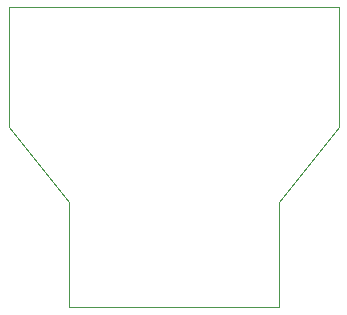
<source format=gbr>
G04 #@! TF.GenerationSoftware,KiCad,Pcbnew,5.99.0-unknown-270aaec~100~ubuntu19.10.1*
G04 #@! TF.CreationDate,2020-01-16T19:11:27+01:00*
G04 #@! TF.ProjectId,tc2050-arm2010,74633230-3530-42d6-9172-6d323031302e,rev?*
G04 #@! TF.SameCoordinates,Original*
G04 #@! TF.FileFunction,Profile,NP*
%FSLAX46Y46*%
G04 Gerber Fmt 4.6, Leading zero omitted, Abs format (unit mm)*
G04 Created by KiCad (PCBNEW 5.99.0-unknown-270aaec~100~ubuntu19.10.1) date 2020-01-16 19:11:27*
%MOMM*%
%LPD*%
G04 APERTURE LIST*
%ADD10C,0.050000*%
G04 APERTURE END LIST*
D10*
X187960000Y-83820000D02*
X187960000Y-73660000D01*
X182880000Y-90170000D02*
X187960000Y-83820000D01*
X182880000Y-99060000D02*
X182880000Y-90170000D01*
X165100000Y-99060000D02*
X182880000Y-99060000D01*
X165100000Y-90170000D02*
X165100000Y-99060000D01*
X160020000Y-83820000D02*
X165100000Y-90170000D01*
X160020000Y-81280000D02*
X160020000Y-83820000D01*
X160020000Y-73660000D02*
X160020000Y-81280000D01*
X187960000Y-73660000D02*
X160020000Y-73660000D01*
M02*

</source>
